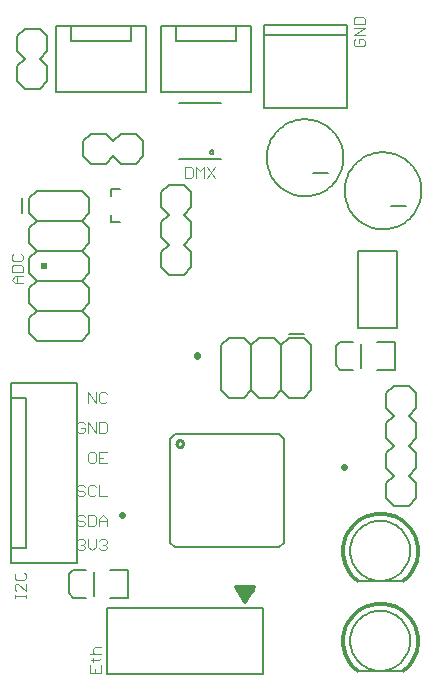
<source format=gto>
G75*
%MOIN*%
%OFA0B0*%
%FSLAX24Y24*%
%IPPOS*%
%LPD*%
%AMOC8*
5,1,8,0,0,1.08239X$1,22.5*
%
%ADD10C,0.0030*%
%ADD11C,0.0060*%
%ADD12C,0.0080*%
%ADD13C,0.0050*%
%ADD14C,0.0010*%
%ADD15C,0.0120*%
%ADD16C,0.0100*%
%ADD17C,0.0220*%
%ADD18R,0.0200X0.0200*%
D10*
X000611Y004773D02*
X000611Y004897D01*
X000611Y004835D02*
X000981Y004835D01*
X000981Y004773D02*
X000981Y004897D01*
X000981Y005019D02*
X000734Y005266D01*
X000672Y005266D01*
X000611Y005204D01*
X000611Y005081D01*
X000672Y005019D01*
X000672Y005387D02*
X000919Y005387D01*
X000981Y005449D01*
X000981Y005572D01*
X000919Y005634D01*
X000981Y005266D02*
X000981Y005019D01*
X000672Y005387D02*
X000611Y005449D01*
X000611Y005572D01*
X000672Y005634D01*
X002706Y006435D02*
X002768Y006373D01*
X002891Y006373D01*
X002953Y006435D01*
X002953Y006497D01*
X002891Y006558D01*
X002830Y006558D01*
X002891Y006558D02*
X002953Y006620D01*
X002953Y006682D01*
X002891Y006744D01*
X002768Y006744D01*
X002706Y006682D01*
X003074Y006744D02*
X003074Y006497D01*
X003198Y006373D01*
X003321Y006497D01*
X003321Y006744D01*
X003443Y006682D02*
X003504Y006744D01*
X003628Y006744D01*
X003690Y006682D01*
X003690Y006620D01*
X003628Y006558D01*
X003690Y006497D01*
X003690Y006435D01*
X003628Y006373D01*
X003504Y006373D01*
X003443Y006435D01*
X003566Y006558D02*
X003628Y006558D01*
X003690Y007173D02*
X003690Y007420D01*
X003566Y007544D01*
X003443Y007420D01*
X003443Y007173D01*
X003321Y007235D02*
X003321Y007482D01*
X003260Y007544D01*
X003074Y007544D01*
X003074Y007173D01*
X003260Y007173D01*
X003321Y007235D01*
X003443Y007358D02*
X003690Y007358D01*
X003690Y008173D02*
X003443Y008173D01*
X003443Y008544D01*
X003321Y008482D02*
X003260Y008544D01*
X003136Y008544D01*
X003074Y008482D01*
X003074Y008235D01*
X003136Y008173D01*
X003260Y008173D01*
X003321Y008235D01*
X002953Y008235D02*
X002891Y008173D01*
X002768Y008173D01*
X002706Y008235D01*
X002768Y008358D02*
X002891Y008358D01*
X002953Y008297D01*
X002953Y008235D01*
X002768Y008358D02*
X002706Y008420D01*
X002706Y008482D01*
X002768Y008544D01*
X002891Y008544D01*
X002953Y008482D01*
X003136Y009273D02*
X003260Y009273D01*
X003321Y009335D01*
X003321Y009582D01*
X003260Y009644D01*
X003136Y009644D01*
X003074Y009582D01*
X003074Y009335D01*
X003136Y009273D01*
X003443Y009273D02*
X003443Y009644D01*
X003690Y009644D01*
X003566Y009458D02*
X003443Y009458D01*
X003443Y009273D02*
X003690Y009273D01*
X003628Y010273D02*
X003443Y010273D01*
X003443Y010644D01*
X003628Y010644D01*
X003690Y010582D01*
X003690Y010335D01*
X003628Y010273D01*
X003321Y010273D02*
X003321Y010644D01*
X003074Y010644D02*
X003074Y010273D01*
X002953Y010335D02*
X002953Y010458D01*
X002830Y010458D01*
X002953Y010335D02*
X002891Y010273D01*
X002768Y010273D01*
X002706Y010335D01*
X002706Y010582D01*
X002768Y010644D01*
X002891Y010644D01*
X002953Y010582D01*
X003074Y010644D02*
X003321Y010273D01*
X003321Y011273D02*
X003321Y011644D01*
X003443Y011582D02*
X003443Y011335D01*
X003504Y011273D01*
X003628Y011273D01*
X003690Y011335D01*
X003690Y011582D02*
X003628Y011644D01*
X003504Y011644D01*
X003443Y011582D01*
X003321Y011273D02*
X003074Y011644D01*
X003074Y011273D01*
X002891Y007544D02*
X002768Y007544D01*
X002706Y007482D01*
X002706Y007420D01*
X002768Y007358D01*
X002891Y007358D01*
X002953Y007297D01*
X002953Y007235D01*
X002891Y007173D01*
X002768Y007173D01*
X002706Y007235D01*
X002953Y007482D02*
X002891Y007544D01*
X003296Y003152D02*
X003234Y003090D01*
X003234Y002967D01*
X003296Y002905D01*
X003234Y002783D02*
X003234Y002659D01*
X003172Y002721D02*
X003419Y002721D01*
X003481Y002783D01*
X003481Y002905D02*
X003111Y002905D01*
X003296Y003152D02*
X003481Y003152D01*
X003481Y002538D02*
X003481Y002291D01*
X003111Y002291D01*
X003111Y002538D01*
X003296Y002415D02*
X003296Y002291D01*
X000881Y015273D02*
X000634Y015273D01*
X000511Y015397D01*
X000634Y015520D01*
X000881Y015520D01*
X000881Y015642D02*
X000881Y015827D01*
X000819Y015888D01*
X000572Y015888D01*
X000511Y015827D01*
X000511Y015642D01*
X000881Y015642D01*
X000696Y015520D02*
X000696Y015273D01*
X000572Y016010D02*
X000819Y016010D01*
X000881Y016072D01*
X000881Y016195D01*
X000819Y016257D01*
X000572Y016257D02*
X000511Y016195D01*
X000511Y016072D01*
X000572Y016010D01*
X006306Y018773D02*
X006491Y018773D01*
X006553Y018835D01*
X006553Y019082D01*
X006491Y019144D01*
X006306Y019144D01*
X006306Y018773D01*
X006674Y018773D02*
X006674Y019144D01*
X006798Y019020D01*
X006921Y019144D01*
X006921Y018773D01*
X007043Y018773D02*
X007290Y019144D01*
X007043Y019144D02*
X007290Y018773D01*
X011911Y023230D02*
X011972Y023168D01*
X012219Y023168D01*
X012281Y023230D01*
X012281Y023353D01*
X012219Y023415D01*
X012096Y023415D01*
X012096Y023292D01*
X011972Y023415D02*
X011911Y023353D01*
X011911Y023230D01*
X011911Y023537D02*
X012281Y023783D01*
X011911Y023783D01*
X011911Y023905D02*
X011911Y024090D01*
X011972Y024152D01*
X012219Y024152D01*
X012281Y024090D01*
X012281Y023905D01*
X011911Y023905D01*
X011911Y023537D02*
X012281Y023537D01*
D11*
X007506Y021288D02*
X006086Y021288D01*
X006086Y019428D02*
X007506Y019428D01*
X003096Y018108D02*
X003096Y017608D01*
X002846Y017358D01*
X001346Y017358D01*
X001096Y017108D01*
X001096Y016608D01*
X001346Y016358D01*
X002846Y016358D01*
X003096Y016108D01*
X003096Y015608D01*
X002846Y015358D01*
X001346Y015358D01*
X001096Y015108D01*
X001096Y014608D01*
X001346Y014358D01*
X001096Y014108D01*
X001096Y013608D01*
X001346Y013358D01*
X002846Y013358D01*
X003096Y013608D01*
X003096Y014108D01*
X002846Y014358D01*
X001346Y014358D01*
X001346Y015358D02*
X001096Y015608D01*
X001096Y016108D01*
X001346Y016358D01*
X001346Y017358D02*
X001096Y017608D01*
X001096Y018108D01*
X001346Y018358D01*
X002846Y018358D01*
X003096Y018108D01*
X002846Y017358D02*
X003096Y017108D01*
X003096Y016608D01*
X002846Y016358D01*
X002846Y015358D02*
X003096Y015108D01*
X003096Y014608D01*
X002846Y014358D01*
X011796Y006358D02*
X011798Y006421D01*
X011804Y006483D01*
X011814Y006545D01*
X011827Y006607D01*
X011845Y006667D01*
X011866Y006726D01*
X011891Y006784D01*
X011920Y006840D01*
X011952Y006894D01*
X011987Y006946D01*
X012025Y006995D01*
X012067Y007043D01*
X012111Y007087D01*
X012159Y007129D01*
X012208Y007167D01*
X012260Y007202D01*
X012314Y007234D01*
X012370Y007263D01*
X012428Y007288D01*
X012487Y007309D01*
X012547Y007327D01*
X012609Y007340D01*
X012671Y007350D01*
X012733Y007356D01*
X012796Y007358D01*
X012859Y007356D01*
X012921Y007350D01*
X012983Y007340D01*
X013045Y007327D01*
X013105Y007309D01*
X013164Y007288D01*
X013222Y007263D01*
X013278Y007234D01*
X013332Y007202D01*
X013384Y007167D01*
X013433Y007129D01*
X013481Y007087D01*
X013525Y007043D01*
X013567Y006995D01*
X013605Y006946D01*
X013640Y006894D01*
X013672Y006840D01*
X013701Y006784D01*
X013726Y006726D01*
X013747Y006667D01*
X013765Y006607D01*
X013778Y006545D01*
X013788Y006483D01*
X013794Y006421D01*
X013796Y006358D01*
X013794Y006295D01*
X013788Y006233D01*
X013778Y006171D01*
X013765Y006109D01*
X013747Y006049D01*
X013726Y005990D01*
X013701Y005932D01*
X013672Y005876D01*
X013640Y005822D01*
X013605Y005770D01*
X013567Y005721D01*
X013525Y005673D01*
X013481Y005629D01*
X013433Y005587D01*
X013384Y005549D01*
X013332Y005514D01*
X013278Y005482D01*
X013222Y005453D01*
X013164Y005428D01*
X013105Y005407D01*
X013045Y005389D01*
X012983Y005376D01*
X012921Y005366D01*
X012859Y005360D01*
X012796Y005358D01*
X012733Y005360D01*
X012671Y005366D01*
X012609Y005376D01*
X012547Y005389D01*
X012487Y005407D01*
X012428Y005428D01*
X012370Y005453D01*
X012314Y005482D01*
X012260Y005514D01*
X012208Y005549D01*
X012159Y005587D01*
X012111Y005629D01*
X012067Y005673D01*
X012025Y005721D01*
X011987Y005770D01*
X011952Y005822D01*
X011920Y005876D01*
X011891Y005932D01*
X011866Y005990D01*
X011845Y006049D01*
X011827Y006109D01*
X011814Y006171D01*
X011804Y006233D01*
X011798Y006295D01*
X011796Y006358D01*
X011796Y003358D02*
X011798Y003421D01*
X011804Y003483D01*
X011814Y003545D01*
X011827Y003607D01*
X011845Y003667D01*
X011866Y003726D01*
X011891Y003784D01*
X011920Y003840D01*
X011952Y003894D01*
X011987Y003946D01*
X012025Y003995D01*
X012067Y004043D01*
X012111Y004087D01*
X012159Y004129D01*
X012208Y004167D01*
X012260Y004202D01*
X012314Y004234D01*
X012370Y004263D01*
X012428Y004288D01*
X012487Y004309D01*
X012547Y004327D01*
X012609Y004340D01*
X012671Y004350D01*
X012733Y004356D01*
X012796Y004358D01*
X012859Y004356D01*
X012921Y004350D01*
X012983Y004340D01*
X013045Y004327D01*
X013105Y004309D01*
X013164Y004288D01*
X013222Y004263D01*
X013278Y004234D01*
X013332Y004202D01*
X013384Y004167D01*
X013433Y004129D01*
X013481Y004087D01*
X013525Y004043D01*
X013567Y003995D01*
X013605Y003946D01*
X013640Y003894D01*
X013672Y003840D01*
X013701Y003784D01*
X013726Y003726D01*
X013747Y003667D01*
X013765Y003607D01*
X013778Y003545D01*
X013788Y003483D01*
X013794Y003421D01*
X013796Y003358D01*
X013794Y003295D01*
X013788Y003233D01*
X013778Y003171D01*
X013765Y003109D01*
X013747Y003049D01*
X013726Y002990D01*
X013701Y002932D01*
X013672Y002876D01*
X013640Y002822D01*
X013605Y002770D01*
X013567Y002721D01*
X013525Y002673D01*
X013481Y002629D01*
X013433Y002587D01*
X013384Y002549D01*
X013332Y002514D01*
X013278Y002482D01*
X013222Y002453D01*
X013164Y002428D01*
X013105Y002407D01*
X013045Y002389D01*
X012983Y002376D01*
X012921Y002366D01*
X012859Y002360D01*
X012796Y002358D01*
X012733Y002360D01*
X012671Y002366D01*
X012609Y002376D01*
X012547Y002389D01*
X012487Y002407D01*
X012428Y002428D01*
X012370Y002453D01*
X012314Y002482D01*
X012260Y002514D01*
X012208Y002549D01*
X012159Y002587D01*
X012111Y002629D01*
X012067Y002673D01*
X012025Y002721D01*
X011987Y002770D01*
X011952Y002822D01*
X011920Y002876D01*
X011891Y002932D01*
X011866Y002990D01*
X011845Y003049D01*
X011827Y003109D01*
X011814Y003171D01*
X011804Y003233D01*
X011798Y003295D01*
X011796Y003358D01*
D12*
X012046Y002358D02*
X013546Y002358D01*
X013546Y005358D02*
X012046Y005358D01*
X013246Y007858D02*
X012996Y008108D01*
X012996Y008608D01*
X013246Y008858D01*
X012996Y009108D01*
X012996Y009608D01*
X013246Y009858D01*
X012996Y010108D01*
X012996Y010608D01*
X013246Y010858D01*
X012996Y011108D01*
X012996Y011608D01*
X013246Y011858D01*
X013746Y011858D01*
X013996Y011608D01*
X013996Y011108D01*
X013746Y010858D01*
X013996Y010608D01*
X013996Y010108D01*
X013746Y009858D01*
X013996Y009608D01*
X013996Y009108D01*
X013746Y008858D01*
X013996Y008608D01*
X013996Y008108D01*
X013746Y007858D01*
X013246Y007858D01*
X013280Y012386D02*
X012690Y012386D01*
X013280Y012386D02*
X013280Y013331D01*
X012690Y013331D01*
X012046Y013768D02*
X012046Y016348D01*
X013346Y016348D01*
X013346Y013768D01*
X012046Y013768D01*
X011902Y013331D02*
X011469Y013331D01*
X011312Y013173D01*
X011312Y012543D01*
X011469Y012386D01*
X011902Y012386D01*
X010496Y011708D02*
X010246Y011458D01*
X009746Y011458D01*
X009496Y011708D01*
X009496Y013208D01*
X009246Y013458D01*
X008746Y013458D01*
X008496Y013208D01*
X008496Y011708D01*
X008246Y011458D01*
X007746Y011458D01*
X007496Y011708D01*
X007496Y013208D01*
X007746Y013458D01*
X008246Y013458D01*
X008496Y013208D01*
X008496Y011708D02*
X008746Y011458D01*
X009246Y011458D01*
X009496Y011708D01*
X010496Y011708D02*
X010496Y013208D01*
X010246Y013458D01*
X009746Y013458D01*
X009496Y013208D01*
X009746Y013590D02*
X010246Y013590D01*
X009428Y010248D02*
X009586Y010091D01*
X009586Y006626D01*
X009428Y006468D01*
X005964Y006468D01*
X005806Y006626D01*
X005806Y010091D01*
X005964Y010248D01*
X009428Y010248D01*
X006246Y015558D02*
X006496Y015808D01*
X006496Y016308D01*
X006246Y016558D01*
X006496Y016808D01*
X006496Y017308D01*
X006246Y017558D01*
X006496Y017808D01*
X006496Y018308D01*
X006246Y018558D01*
X005746Y018558D01*
X005496Y018308D01*
X005496Y017808D01*
X005746Y017558D01*
X005496Y017308D01*
X005496Y016808D01*
X005746Y016558D01*
X005496Y016308D01*
X005496Y015808D01*
X005746Y015558D01*
X006246Y015558D01*
X004135Y017307D02*
X003820Y017307D01*
X003820Y017543D01*
X003820Y018173D02*
X003820Y018409D01*
X004135Y018409D01*
X004146Y019258D02*
X003896Y019508D01*
X003646Y019258D01*
X003146Y019258D01*
X002896Y019508D01*
X002896Y020008D01*
X003146Y020258D01*
X003646Y020258D01*
X003896Y020008D01*
X004146Y020258D01*
X004646Y020258D01*
X004896Y020008D01*
X004896Y019508D01*
X004646Y019258D01*
X004146Y019258D01*
X001446Y021758D02*
X001696Y022008D01*
X001696Y022508D01*
X001446Y022758D01*
X001696Y023008D01*
X001696Y023508D01*
X001446Y023758D01*
X000946Y023758D01*
X000696Y023508D01*
X000696Y023008D01*
X000946Y022758D01*
X000696Y022508D01*
X000696Y022008D01*
X000946Y021758D01*
X001446Y021758D01*
X000846Y018108D02*
X000846Y017608D01*
X007129Y019648D02*
X007131Y019663D01*
X007137Y019676D01*
X007146Y019688D01*
X007157Y019697D01*
X007171Y019703D01*
X007186Y019705D01*
X007201Y019703D01*
X007214Y019697D01*
X007226Y019688D01*
X007235Y019677D01*
X007241Y019663D01*
X007243Y019648D01*
X007241Y019633D01*
X007235Y019620D01*
X007226Y019608D01*
X007215Y019599D01*
X007201Y019593D01*
X007186Y019591D01*
X007171Y019593D01*
X007158Y019599D01*
X007146Y019608D01*
X007137Y019619D01*
X007131Y019633D01*
X007129Y019648D01*
X008929Y021120D02*
X008929Y023561D01*
X011685Y023561D01*
X011685Y021120D01*
X008929Y021120D01*
X009016Y019458D02*
X009018Y019529D01*
X009024Y019600D01*
X009034Y019671D01*
X009048Y019740D01*
X009065Y019809D01*
X009087Y019877D01*
X009112Y019944D01*
X009141Y020009D01*
X009173Y020072D01*
X009209Y020134D01*
X009248Y020193D01*
X009291Y020250D01*
X009336Y020305D01*
X009385Y020357D01*
X009436Y020406D01*
X009490Y020452D01*
X009547Y020496D01*
X009605Y020536D01*
X009666Y020572D01*
X009729Y020606D01*
X009794Y020635D01*
X009860Y020661D01*
X009928Y020684D01*
X009996Y020702D01*
X010066Y020717D01*
X010136Y020728D01*
X010207Y020735D01*
X010278Y020738D01*
X010349Y020737D01*
X010420Y020732D01*
X010491Y020723D01*
X010561Y020710D01*
X010630Y020694D01*
X010698Y020673D01*
X010765Y020649D01*
X010831Y020621D01*
X010894Y020589D01*
X010956Y020554D01*
X011016Y020516D01*
X011074Y020474D01*
X011129Y020430D01*
X011182Y020382D01*
X011232Y020331D01*
X011279Y020278D01*
X011323Y020222D01*
X011364Y020164D01*
X011402Y020103D01*
X011436Y020041D01*
X011466Y019976D01*
X011493Y019911D01*
X011517Y019843D01*
X011536Y019775D01*
X011552Y019706D01*
X011564Y019635D01*
X011572Y019565D01*
X011576Y019494D01*
X011576Y019422D01*
X011572Y019351D01*
X011564Y019281D01*
X011552Y019210D01*
X011536Y019141D01*
X011517Y019073D01*
X011493Y019005D01*
X011466Y018940D01*
X011436Y018875D01*
X011402Y018813D01*
X011364Y018752D01*
X011323Y018694D01*
X011279Y018638D01*
X011232Y018585D01*
X011182Y018534D01*
X011129Y018486D01*
X011074Y018442D01*
X011016Y018400D01*
X010956Y018362D01*
X010894Y018327D01*
X010831Y018295D01*
X010765Y018267D01*
X010698Y018243D01*
X010630Y018222D01*
X010561Y018206D01*
X010491Y018193D01*
X010420Y018184D01*
X010349Y018179D01*
X010278Y018178D01*
X010207Y018181D01*
X010136Y018188D01*
X010066Y018199D01*
X009996Y018214D01*
X009928Y018232D01*
X009860Y018255D01*
X009794Y018281D01*
X009729Y018310D01*
X009666Y018344D01*
X009605Y018380D01*
X009547Y018420D01*
X009490Y018464D01*
X009436Y018510D01*
X009385Y018559D01*
X009336Y018611D01*
X009291Y018666D01*
X009248Y018723D01*
X009209Y018782D01*
X009173Y018844D01*
X009141Y018907D01*
X009112Y018972D01*
X009087Y019039D01*
X009065Y019107D01*
X009048Y019176D01*
X009034Y019245D01*
X009024Y019316D01*
X009018Y019387D01*
X009016Y019458D01*
X010546Y018958D02*
X011046Y018958D01*
X011616Y018358D02*
X011618Y018429D01*
X011624Y018500D01*
X011634Y018571D01*
X011648Y018640D01*
X011665Y018709D01*
X011687Y018777D01*
X011712Y018844D01*
X011741Y018909D01*
X011773Y018972D01*
X011809Y019034D01*
X011848Y019093D01*
X011891Y019150D01*
X011936Y019205D01*
X011985Y019257D01*
X012036Y019306D01*
X012090Y019352D01*
X012147Y019396D01*
X012205Y019436D01*
X012266Y019472D01*
X012329Y019506D01*
X012394Y019535D01*
X012460Y019561D01*
X012528Y019584D01*
X012596Y019602D01*
X012666Y019617D01*
X012736Y019628D01*
X012807Y019635D01*
X012878Y019638D01*
X012949Y019637D01*
X013020Y019632D01*
X013091Y019623D01*
X013161Y019610D01*
X013230Y019594D01*
X013298Y019573D01*
X013365Y019549D01*
X013431Y019521D01*
X013494Y019489D01*
X013556Y019454D01*
X013616Y019416D01*
X013674Y019374D01*
X013729Y019330D01*
X013782Y019282D01*
X013832Y019231D01*
X013879Y019178D01*
X013923Y019122D01*
X013964Y019064D01*
X014002Y019003D01*
X014036Y018941D01*
X014066Y018876D01*
X014093Y018811D01*
X014117Y018743D01*
X014136Y018675D01*
X014152Y018606D01*
X014164Y018535D01*
X014172Y018465D01*
X014176Y018394D01*
X014176Y018322D01*
X014172Y018251D01*
X014164Y018181D01*
X014152Y018110D01*
X014136Y018041D01*
X014117Y017973D01*
X014093Y017905D01*
X014066Y017840D01*
X014036Y017775D01*
X014002Y017713D01*
X013964Y017652D01*
X013923Y017594D01*
X013879Y017538D01*
X013832Y017485D01*
X013782Y017434D01*
X013729Y017386D01*
X013674Y017342D01*
X013616Y017300D01*
X013556Y017262D01*
X013494Y017227D01*
X013431Y017195D01*
X013365Y017167D01*
X013298Y017143D01*
X013230Y017122D01*
X013161Y017106D01*
X013091Y017093D01*
X013020Y017084D01*
X012949Y017079D01*
X012878Y017078D01*
X012807Y017081D01*
X012736Y017088D01*
X012666Y017099D01*
X012596Y017114D01*
X012528Y017132D01*
X012460Y017155D01*
X012394Y017181D01*
X012329Y017210D01*
X012266Y017244D01*
X012205Y017280D01*
X012147Y017320D01*
X012090Y017364D01*
X012036Y017410D01*
X011985Y017459D01*
X011936Y017511D01*
X011891Y017566D01*
X011848Y017623D01*
X011809Y017682D01*
X011773Y017744D01*
X011741Y017807D01*
X011712Y017872D01*
X011687Y017939D01*
X011665Y018007D01*
X011648Y018076D01*
X011634Y018145D01*
X011624Y018216D01*
X011618Y018287D01*
X011616Y018358D01*
X013146Y017858D02*
X013646Y017858D01*
X011685Y023561D02*
X011685Y023876D01*
X008929Y023876D01*
X008929Y023561D01*
X004380Y005731D02*
X003790Y005731D01*
X004380Y005731D02*
X004380Y004786D01*
X003790Y004786D01*
X003002Y004786D02*
X002569Y004786D01*
X002412Y004943D01*
X002412Y005573D01*
X002569Y005731D01*
X003002Y005731D01*
D13*
X003246Y005658D02*
X003246Y004858D01*
X003696Y004458D02*
X008896Y004458D01*
X008896Y002258D01*
X003696Y002258D01*
X003696Y004458D01*
X002696Y005958D02*
X002696Y011958D01*
X000496Y011958D01*
X000496Y011458D01*
X000996Y011458D01*
X000996Y006458D01*
X000496Y006458D01*
X000496Y011458D01*
X000496Y006458D02*
X000496Y005958D01*
X002696Y005958D01*
X012146Y012458D02*
X012146Y013258D01*
X008496Y021658D02*
X005496Y021658D01*
X005496Y023858D01*
X005996Y023858D01*
X005996Y023358D01*
X007996Y023358D01*
X007996Y023858D01*
X008496Y023858D01*
X008496Y021658D01*
X007996Y023858D02*
X005996Y023858D01*
X004996Y023858D02*
X004496Y023858D01*
X004496Y023358D01*
X002496Y023358D01*
X002496Y023858D01*
X004496Y023858D01*
X004996Y023858D02*
X004996Y021658D01*
X001996Y021658D01*
X001996Y023858D01*
X002496Y023858D01*
D14*
X013576Y005326D02*
X013522Y005398D01*
X013523Y005397D02*
X013576Y005440D01*
X013627Y005485D01*
X013675Y005534D01*
X013720Y005585D01*
X013763Y005639D01*
X013802Y005695D01*
X013838Y005753D01*
X013871Y005813D01*
X013900Y005874D01*
X013925Y005938D01*
X013947Y006002D01*
X013966Y006068D01*
X013980Y006135D01*
X013991Y006202D01*
X013998Y006270D01*
X014001Y006338D01*
X014000Y006407D01*
X013995Y006475D01*
X013987Y006543D01*
X013974Y006610D01*
X013958Y006676D01*
X013938Y006741D01*
X013915Y006806D01*
X013888Y006868D01*
X013857Y006929D01*
X013823Y006988D01*
X013786Y007046D01*
X013745Y007101D01*
X013701Y007153D01*
X013655Y007203D01*
X013606Y007250D01*
X013554Y007295D01*
X013500Y007336D01*
X013443Y007375D01*
X013384Y007410D01*
X013324Y007441D01*
X013262Y007469D01*
X013198Y007494D01*
X013133Y007515D01*
X013067Y007532D01*
X013000Y007546D01*
X012932Y007555D01*
X012864Y007561D01*
X012796Y007563D01*
X012728Y007561D01*
X012660Y007555D01*
X012592Y007546D01*
X012525Y007532D01*
X012459Y007515D01*
X012394Y007494D01*
X012330Y007469D01*
X012268Y007441D01*
X012208Y007410D01*
X012149Y007375D01*
X012092Y007336D01*
X012038Y007295D01*
X011986Y007250D01*
X011937Y007203D01*
X011891Y007153D01*
X011847Y007101D01*
X011806Y007046D01*
X011769Y006988D01*
X011735Y006929D01*
X011704Y006868D01*
X011677Y006806D01*
X011654Y006741D01*
X011634Y006676D01*
X011618Y006610D01*
X011605Y006543D01*
X011597Y006475D01*
X011592Y006407D01*
X011591Y006338D01*
X011594Y006270D01*
X011601Y006202D01*
X011612Y006135D01*
X011626Y006068D01*
X011645Y006002D01*
X011667Y005938D01*
X011692Y005874D01*
X011721Y005813D01*
X011754Y005753D01*
X011790Y005695D01*
X011829Y005639D01*
X011872Y005585D01*
X011917Y005534D01*
X011965Y005485D01*
X012016Y005440D01*
X012069Y005397D01*
X012016Y005326D01*
X012015Y005325D01*
X011960Y005369D01*
X011907Y005417D01*
X011856Y005467D01*
X011809Y005520D01*
X011765Y005575D01*
X011723Y005633D01*
X011685Y005693D01*
X011650Y005754D01*
X011619Y005818D01*
X011591Y005883D01*
X011567Y005950D01*
X011546Y006018D01*
X011530Y006087D01*
X011517Y006157D01*
X011508Y006227D01*
X011502Y006298D01*
X011501Y006369D01*
X011504Y006440D01*
X011510Y006511D01*
X011520Y006581D01*
X011534Y006650D01*
X011552Y006719D01*
X011574Y006787D01*
X011599Y006853D01*
X011628Y006918D01*
X011661Y006981D01*
X011697Y007042D01*
X011736Y007101D01*
X011778Y007158D01*
X011823Y007213D01*
X011872Y007265D01*
X011923Y007314D01*
X011976Y007361D01*
X012033Y007404D01*
X012091Y007444D01*
X012152Y007481D01*
X012214Y007515D01*
X012278Y007545D01*
X012344Y007572D01*
X012411Y007595D01*
X012480Y007614D01*
X012549Y007629D01*
X012619Y007641D01*
X012690Y007649D01*
X012761Y007653D01*
X012831Y007653D01*
X012902Y007649D01*
X012973Y007641D01*
X013043Y007629D01*
X013112Y007614D01*
X013181Y007595D01*
X013248Y007572D01*
X013314Y007545D01*
X013378Y007515D01*
X013440Y007481D01*
X013501Y007444D01*
X013559Y007404D01*
X013616Y007361D01*
X013669Y007314D01*
X013720Y007265D01*
X013769Y007213D01*
X013814Y007158D01*
X013856Y007101D01*
X013895Y007042D01*
X013931Y006981D01*
X013964Y006918D01*
X013993Y006853D01*
X014018Y006787D01*
X014040Y006719D01*
X014058Y006650D01*
X014072Y006581D01*
X014082Y006511D01*
X014088Y006440D01*
X014091Y006369D01*
X014090Y006298D01*
X014084Y006227D01*
X014075Y006157D01*
X014062Y006087D01*
X014046Y006018D01*
X014025Y005950D01*
X014001Y005883D01*
X013973Y005818D01*
X013942Y005754D01*
X013907Y005693D01*
X013869Y005633D01*
X013827Y005575D01*
X013783Y005520D01*
X013736Y005467D01*
X013685Y005417D01*
X013632Y005369D01*
X013577Y005325D01*
X013572Y005332D01*
X013627Y005377D01*
X013680Y005424D01*
X013731Y005475D01*
X013778Y005528D01*
X013823Y005584D01*
X013864Y005642D01*
X013902Y005702D01*
X013937Y005764D01*
X013968Y005828D01*
X013995Y005894D01*
X014019Y005961D01*
X014039Y006030D01*
X014056Y006099D01*
X014068Y006169D01*
X014077Y006240D01*
X014081Y006311D01*
X014082Y006382D01*
X014078Y006453D01*
X014071Y006524D01*
X014060Y006595D01*
X014045Y006664D01*
X014026Y006733D01*
X014003Y006801D01*
X013977Y006867D01*
X013947Y006932D01*
X013913Y006994D01*
X013877Y007055D01*
X013836Y007114D01*
X013793Y007171D01*
X013746Y007225D01*
X013697Y007276D01*
X013644Y007324D01*
X013590Y007370D01*
X013532Y007412D01*
X013473Y007451D01*
X013411Y007487D01*
X013348Y007520D01*
X013283Y007548D01*
X013216Y007574D01*
X013148Y007595D01*
X013079Y007613D01*
X013009Y007626D01*
X012938Y007636D01*
X012867Y007642D01*
X012796Y007644D01*
X012725Y007642D01*
X012654Y007636D01*
X012583Y007626D01*
X012513Y007613D01*
X012444Y007595D01*
X012376Y007574D01*
X012309Y007548D01*
X012244Y007520D01*
X012181Y007487D01*
X012119Y007451D01*
X012060Y007412D01*
X012002Y007370D01*
X011948Y007324D01*
X011895Y007276D01*
X011846Y007225D01*
X011799Y007171D01*
X011756Y007114D01*
X011715Y007055D01*
X011679Y006994D01*
X011645Y006932D01*
X011615Y006867D01*
X011589Y006801D01*
X011566Y006733D01*
X011547Y006664D01*
X011532Y006595D01*
X011521Y006524D01*
X011514Y006453D01*
X011510Y006382D01*
X011511Y006311D01*
X011515Y006240D01*
X011524Y006169D01*
X011536Y006099D01*
X011553Y006030D01*
X011573Y005961D01*
X011597Y005894D01*
X011624Y005828D01*
X011655Y005764D01*
X011690Y005702D01*
X011728Y005642D01*
X011769Y005584D01*
X011814Y005528D01*
X011861Y005475D01*
X011912Y005424D01*
X011965Y005377D01*
X012020Y005332D01*
X012026Y005339D01*
X011971Y005384D01*
X011918Y005431D01*
X011868Y005481D01*
X011821Y005534D01*
X011777Y005589D01*
X011735Y005647D01*
X011698Y005706D01*
X011663Y005768D01*
X011632Y005832D01*
X011605Y005897D01*
X011581Y005964D01*
X011561Y006032D01*
X011545Y006101D01*
X011533Y006170D01*
X011524Y006241D01*
X011520Y006311D01*
X011519Y006382D01*
X011523Y006453D01*
X011530Y006523D01*
X011541Y006593D01*
X011556Y006662D01*
X011575Y006730D01*
X011597Y006798D01*
X011623Y006863D01*
X011653Y006928D01*
X011686Y006990D01*
X011723Y007050D01*
X011763Y007109D01*
X011806Y007165D01*
X011852Y007219D01*
X011902Y007269D01*
X011953Y007318D01*
X012008Y007363D01*
X012065Y007405D01*
X012124Y007444D01*
X012185Y007479D01*
X012248Y007512D01*
X012313Y007540D01*
X012379Y007565D01*
X012447Y007586D01*
X012515Y007604D01*
X012585Y007617D01*
X012655Y007627D01*
X012725Y007633D01*
X012796Y007635D01*
X012867Y007633D01*
X012937Y007627D01*
X013007Y007617D01*
X013077Y007604D01*
X013145Y007586D01*
X013213Y007565D01*
X013279Y007540D01*
X013344Y007512D01*
X013407Y007479D01*
X013468Y007444D01*
X013527Y007405D01*
X013584Y007363D01*
X013639Y007318D01*
X013690Y007269D01*
X013740Y007219D01*
X013786Y007165D01*
X013829Y007109D01*
X013869Y007050D01*
X013906Y006990D01*
X013939Y006928D01*
X013969Y006863D01*
X013995Y006798D01*
X014017Y006730D01*
X014036Y006662D01*
X014051Y006593D01*
X014062Y006523D01*
X014069Y006453D01*
X014073Y006382D01*
X014072Y006311D01*
X014068Y006241D01*
X014059Y006170D01*
X014047Y006101D01*
X014031Y006032D01*
X014011Y005964D01*
X013987Y005897D01*
X013960Y005832D01*
X013929Y005768D01*
X013894Y005706D01*
X013857Y005647D01*
X013815Y005589D01*
X013771Y005534D01*
X013724Y005481D01*
X013674Y005431D01*
X013621Y005384D01*
X013566Y005339D01*
X013561Y005347D01*
X013616Y005391D01*
X013669Y005439D01*
X013719Y005489D01*
X013767Y005542D01*
X013811Y005598D01*
X013852Y005656D01*
X013889Y005716D01*
X013924Y005778D01*
X013954Y005842D01*
X013981Y005908D01*
X014005Y005975D01*
X014024Y006043D01*
X014040Y006113D01*
X014052Y006183D01*
X014060Y006253D01*
X014064Y006324D01*
X014063Y006395D01*
X014059Y006466D01*
X014051Y006537D01*
X014039Y006607D01*
X014023Y006676D01*
X014004Y006744D01*
X013980Y006812D01*
X013953Y006877D01*
X013922Y006941D01*
X013888Y007003D01*
X013850Y007063D01*
X013808Y007121D01*
X013764Y007177D01*
X013717Y007230D01*
X013666Y007280D01*
X013613Y007327D01*
X013558Y007372D01*
X013500Y007413D01*
X013440Y007450D01*
X013377Y007485D01*
X013313Y007516D01*
X013248Y007543D01*
X013181Y007566D01*
X013112Y007586D01*
X013043Y007602D01*
X012973Y007614D01*
X012902Y007622D01*
X012832Y007626D01*
X012760Y007626D01*
X012690Y007622D01*
X012619Y007614D01*
X012549Y007602D01*
X012480Y007586D01*
X012411Y007566D01*
X012344Y007543D01*
X012279Y007516D01*
X012215Y007485D01*
X012152Y007450D01*
X012092Y007413D01*
X012034Y007372D01*
X011979Y007327D01*
X011926Y007280D01*
X011875Y007230D01*
X011828Y007177D01*
X011784Y007121D01*
X011742Y007063D01*
X011704Y007003D01*
X011670Y006941D01*
X011639Y006877D01*
X011612Y006812D01*
X011588Y006744D01*
X011569Y006676D01*
X011553Y006607D01*
X011541Y006537D01*
X011533Y006466D01*
X011529Y006395D01*
X011528Y006324D01*
X011532Y006253D01*
X011540Y006183D01*
X011552Y006113D01*
X011568Y006043D01*
X011587Y005975D01*
X011611Y005908D01*
X011638Y005842D01*
X011668Y005778D01*
X011703Y005716D01*
X011740Y005656D01*
X011781Y005598D01*
X011825Y005542D01*
X011873Y005489D01*
X011923Y005439D01*
X011976Y005391D01*
X012031Y005347D01*
X012037Y005354D01*
X011982Y005398D01*
X011929Y005445D01*
X011879Y005495D01*
X011832Y005548D01*
X011788Y005603D01*
X011748Y005661D01*
X011710Y005720D01*
X011676Y005782D01*
X011646Y005846D01*
X011619Y005911D01*
X011596Y005978D01*
X011576Y006046D01*
X011561Y006114D01*
X011549Y006184D01*
X011541Y006254D01*
X011537Y006325D01*
X011538Y006395D01*
X011542Y006466D01*
X011550Y006536D01*
X011562Y006605D01*
X011577Y006674D01*
X011597Y006742D01*
X011620Y006808D01*
X011647Y006873D01*
X011678Y006937D01*
X011712Y006999D01*
X011750Y007058D01*
X011791Y007116D01*
X011835Y007171D01*
X011882Y007224D01*
X011932Y007273D01*
X011984Y007320D01*
X012040Y007364D01*
X012097Y007405D01*
X012157Y007443D01*
X012219Y007477D01*
X012282Y007507D01*
X012347Y007534D01*
X012414Y007558D01*
X012482Y007577D01*
X012551Y007593D01*
X012620Y007605D01*
X012690Y007613D01*
X012761Y007617D01*
X012831Y007617D01*
X012902Y007613D01*
X012972Y007605D01*
X013041Y007593D01*
X013110Y007577D01*
X013178Y007558D01*
X013245Y007534D01*
X013310Y007507D01*
X013373Y007477D01*
X013435Y007443D01*
X013495Y007405D01*
X013552Y007364D01*
X013608Y007320D01*
X013660Y007273D01*
X013710Y007224D01*
X013757Y007171D01*
X013801Y007116D01*
X013842Y007058D01*
X013880Y006999D01*
X013914Y006937D01*
X013945Y006873D01*
X013972Y006808D01*
X013995Y006742D01*
X014015Y006674D01*
X014030Y006605D01*
X014042Y006536D01*
X014050Y006466D01*
X014054Y006395D01*
X014055Y006325D01*
X014051Y006254D01*
X014043Y006184D01*
X014031Y006114D01*
X014016Y006046D01*
X013996Y005978D01*
X013973Y005911D01*
X013946Y005846D01*
X013916Y005782D01*
X013882Y005720D01*
X013844Y005661D01*
X013804Y005603D01*
X013760Y005548D01*
X013713Y005495D01*
X013663Y005445D01*
X013610Y005398D01*
X013555Y005354D01*
X013550Y005361D01*
X013605Y005405D01*
X013657Y005452D01*
X013706Y005501D01*
X013753Y005554D01*
X013796Y005608D01*
X013837Y005666D01*
X013874Y005725D01*
X013908Y005786D01*
X013938Y005850D01*
X013965Y005914D01*
X013988Y005981D01*
X014007Y006048D01*
X014022Y006116D01*
X014034Y006185D01*
X014042Y006255D01*
X014046Y006325D01*
X014045Y006395D01*
X014041Y006465D01*
X014033Y006534D01*
X014022Y006603D01*
X014006Y006672D01*
X013987Y006739D01*
X013963Y006805D01*
X013936Y006870D01*
X013906Y006933D01*
X013872Y006994D01*
X013835Y007053D01*
X013794Y007111D01*
X013750Y007165D01*
X013704Y007217D01*
X013654Y007267D01*
X013602Y007314D01*
X013547Y007357D01*
X013490Y007398D01*
X013431Y007435D01*
X013369Y007469D01*
X013306Y007499D01*
X013241Y007526D01*
X013175Y007549D01*
X013108Y007568D01*
X013040Y007584D01*
X012971Y007596D01*
X012901Y007604D01*
X012831Y007608D01*
X012761Y007608D01*
X012691Y007604D01*
X012621Y007596D01*
X012552Y007584D01*
X012484Y007568D01*
X012417Y007549D01*
X012351Y007526D01*
X012286Y007499D01*
X012223Y007469D01*
X012161Y007435D01*
X012102Y007398D01*
X012045Y007357D01*
X011990Y007314D01*
X011938Y007267D01*
X011888Y007217D01*
X011842Y007165D01*
X011798Y007111D01*
X011757Y007053D01*
X011720Y006994D01*
X011686Y006933D01*
X011656Y006870D01*
X011629Y006805D01*
X011605Y006739D01*
X011586Y006672D01*
X011570Y006603D01*
X011559Y006534D01*
X011551Y006465D01*
X011547Y006395D01*
X011546Y006325D01*
X011550Y006255D01*
X011558Y006185D01*
X011570Y006116D01*
X011585Y006048D01*
X011604Y005981D01*
X011627Y005914D01*
X011654Y005850D01*
X011684Y005786D01*
X011718Y005725D01*
X011755Y005666D01*
X011796Y005608D01*
X011839Y005554D01*
X011886Y005501D01*
X011935Y005452D01*
X011987Y005405D01*
X012042Y005361D01*
X012047Y005368D01*
X011993Y005412D01*
X011941Y005458D01*
X011892Y005507D01*
X011846Y005559D01*
X011803Y005614D01*
X011763Y005671D01*
X011726Y005730D01*
X011692Y005791D01*
X011662Y005853D01*
X011636Y005918D01*
X011613Y005983D01*
X011594Y006050D01*
X011578Y006118D01*
X011567Y006187D01*
X011559Y006256D01*
X011555Y006325D01*
X011556Y006395D01*
X011560Y006464D01*
X011567Y006533D01*
X011579Y006602D01*
X011595Y006669D01*
X011614Y006736D01*
X011637Y006802D01*
X011664Y006866D01*
X011694Y006929D01*
X011728Y006990D01*
X011765Y007048D01*
X011805Y007105D01*
X011848Y007159D01*
X011895Y007211D01*
X011944Y007260D01*
X011996Y007307D01*
X012050Y007350D01*
X012107Y007390D01*
X012166Y007427D01*
X012227Y007461D01*
X012290Y007491D01*
X012354Y007518D01*
X012419Y007541D01*
X012486Y007560D01*
X012554Y007575D01*
X012623Y007587D01*
X012692Y007595D01*
X012761Y007599D01*
X012831Y007599D01*
X012900Y007595D01*
X012969Y007587D01*
X013038Y007575D01*
X013106Y007560D01*
X013173Y007541D01*
X013238Y007518D01*
X013302Y007491D01*
X013365Y007461D01*
X013426Y007427D01*
X013485Y007390D01*
X013542Y007350D01*
X013596Y007307D01*
X013648Y007260D01*
X013697Y007211D01*
X013744Y007159D01*
X013787Y007105D01*
X013827Y007048D01*
X013864Y006990D01*
X013898Y006929D01*
X013928Y006866D01*
X013955Y006802D01*
X013978Y006736D01*
X013997Y006669D01*
X014013Y006602D01*
X014025Y006533D01*
X014032Y006464D01*
X014036Y006395D01*
X014037Y006325D01*
X014033Y006256D01*
X014025Y006187D01*
X014014Y006118D01*
X013998Y006050D01*
X013979Y005983D01*
X013956Y005918D01*
X013930Y005853D01*
X013900Y005791D01*
X013866Y005730D01*
X013829Y005671D01*
X013789Y005614D01*
X013746Y005559D01*
X013700Y005507D01*
X013651Y005458D01*
X013599Y005412D01*
X013545Y005368D01*
X013539Y005375D01*
X013593Y005419D01*
X013644Y005465D01*
X013693Y005514D01*
X013739Y005565D01*
X013782Y005619D01*
X013822Y005676D01*
X013858Y005734D01*
X013892Y005795D01*
X013922Y005857D01*
X013948Y005921D01*
X013970Y005986D01*
X013989Y006052D01*
X014005Y006120D01*
X014016Y006188D01*
X014024Y006256D01*
X014028Y006325D01*
X014027Y006394D01*
X014023Y006463D01*
X014016Y006532D01*
X014004Y006600D01*
X013989Y006667D01*
X013969Y006734D01*
X013946Y006799D01*
X013920Y006862D01*
X013890Y006925D01*
X013857Y006985D01*
X013820Y007043D01*
X013780Y007100D01*
X013737Y007154D01*
X013691Y007205D01*
X013642Y007254D01*
X013590Y007300D01*
X013536Y007343D01*
X013480Y007383D01*
X013421Y007419D01*
X013361Y007453D01*
X013299Y007483D01*
X013235Y007509D01*
X013170Y007532D01*
X013103Y007551D01*
X013036Y007566D01*
X012968Y007578D01*
X012899Y007586D01*
X012831Y007590D01*
X012761Y007590D01*
X012693Y007586D01*
X012624Y007578D01*
X012556Y007566D01*
X012489Y007551D01*
X012422Y007532D01*
X012357Y007509D01*
X012293Y007483D01*
X012231Y007453D01*
X012171Y007419D01*
X012112Y007383D01*
X012056Y007343D01*
X012002Y007300D01*
X011950Y007254D01*
X011901Y007205D01*
X011855Y007154D01*
X011812Y007100D01*
X011772Y007043D01*
X011735Y006985D01*
X011702Y006925D01*
X011672Y006862D01*
X011646Y006799D01*
X011623Y006734D01*
X011603Y006667D01*
X011588Y006600D01*
X011576Y006532D01*
X011569Y006463D01*
X011565Y006394D01*
X011564Y006325D01*
X011568Y006256D01*
X011576Y006188D01*
X011587Y006120D01*
X011603Y006052D01*
X011622Y005986D01*
X011644Y005921D01*
X011670Y005857D01*
X011700Y005795D01*
X011734Y005734D01*
X011770Y005676D01*
X011810Y005619D01*
X011853Y005565D01*
X011899Y005514D01*
X011948Y005465D01*
X011999Y005419D01*
X012053Y005375D01*
X012058Y005383D01*
X012004Y005426D01*
X011953Y005472D01*
X011904Y005522D01*
X011858Y005573D01*
X011815Y005628D01*
X011775Y005685D01*
X011739Y005743D01*
X011705Y005804D01*
X011676Y005867D01*
X011650Y005931D01*
X011628Y005997D01*
X011609Y006064D01*
X011594Y006131D01*
X011583Y006200D01*
X011576Y006269D01*
X011573Y006338D01*
X011574Y006407D01*
X011579Y006477D01*
X011587Y006545D01*
X011600Y006613D01*
X011616Y006681D01*
X011637Y006747D01*
X011660Y006812D01*
X011688Y006876D01*
X011719Y006938D01*
X011754Y006998D01*
X011792Y007056D01*
X011833Y007112D01*
X011877Y007165D01*
X011924Y007216D01*
X011974Y007264D01*
X012027Y007309D01*
X012082Y007351D01*
X012139Y007390D01*
X012199Y007425D01*
X012260Y007457D01*
X012323Y007486D01*
X012388Y007511D01*
X012454Y007532D01*
X012521Y007550D01*
X012589Y007563D01*
X012658Y007573D01*
X012727Y007579D01*
X012796Y007581D01*
X012865Y007579D01*
X012934Y007573D01*
X013003Y007563D01*
X013071Y007550D01*
X013138Y007532D01*
X013204Y007511D01*
X013269Y007486D01*
X013332Y007457D01*
X013393Y007425D01*
X013453Y007390D01*
X013510Y007351D01*
X013565Y007309D01*
X013618Y007264D01*
X013668Y007216D01*
X013715Y007165D01*
X013759Y007112D01*
X013800Y007056D01*
X013838Y006998D01*
X013873Y006938D01*
X013904Y006876D01*
X013932Y006812D01*
X013955Y006747D01*
X013976Y006681D01*
X013992Y006613D01*
X014005Y006545D01*
X014013Y006477D01*
X014018Y006407D01*
X014019Y006338D01*
X014016Y006269D01*
X014009Y006200D01*
X013998Y006131D01*
X013983Y006064D01*
X013964Y005997D01*
X013942Y005931D01*
X013916Y005867D01*
X013887Y005804D01*
X013853Y005743D01*
X013817Y005685D01*
X013777Y005628D01*
X013734Y005573D01*
X013688Y005522D01*
X013639Y005472D01*
X013588Y005426D01*
X013534Y005383D01*
X013528Y005390D01*
X013582Y005433D01*
X013633Y005479D01*
X013682Y005528D01*
X013727Y005579D01*
X013770Y005633D01*
X013809Y005690D01*
X013846Y005748D01*
X013879Y005808D01*
X013908Y005871D01*
X013934Y005934D01*
X013956Y006000D01*
X013974Y006066D01*
X013989Y006133D01*
X014000Y006201D01*
X014007Y006270D01*
X014010Y006338D01*
X014009Y006407D01*
X014004Y006476D01*
X013996Y006544D01*
X013983Y006612D01*
X013967Y006678D01*
X013947Y006744D01*
X013923Y006809D01*
X013896Y006872D01*
X013865Y006933D01*
X013831Y006993D01*
X013793Y007051D01*
X013752Y007106D01*
X013708Y007159D01*
X013661Y007209D01*
X013612Y007257D01*
X013560Y007302D01*
X013505Y007344D01*
X013448Y007382D01*
X013389Y007417D01*
X013328Y007449D01*
X013265Y007478D01*
X013201Y007502D01*
X013135Y007524D01*
X013069Y007541D01*
X013001Y007554D01*
X012933Y007564D01*
X012865Y007570D01*
X012796Y007572D01*
X012727Y007570D01*
X012659Y007564D01*
X012591Y007554D01*
X012523Y007541D01*
X012457Y007524D01*
X012391Y007502D01*
X012327Y007478D01*
X012264Y007449D01*
X012203Y007417D01*
X012144Y007382D01*
X012087Y007344D01*
X012032Y007302D01*
X011980Y007257D01*
X011931Y007209D01*
X011884Y007159D01*
X011840Y007106D01*
X011799Y007051D01*
X011761Y006993D01*
X011727Y006933D01*
X011696Y006872D01*
X011669Y006809D01*
X011645Y006744D01*
X011625Y006678D01*
X011609Y006612D01*
X011596Y006544D01*
X011588Y006476D01*
X011583Y006407D01*
X011582Y006338D01*
X011585Y006270D01*
X011592Y006201D01*
X011603Y006133D01*
X011618Y006066D01*
X011636Y006000D01*
X011658Y005934D01*
X011684Y005871D01*
X011713Y005808D01*
X011746Y005748D01*
X011783Y005690D01*
X011822Y005633D01*
X011865Y005579D01*
X011910Y005528D01*
X011959Y005479D01*
X012010Y005433D01*
X012064Y005390D01*
X013576Y002326D02*
X013522Y002398D01*
X013523Y002397D02*
X013576Y002440D01*
X013627Y002485D01*
X013675Y002534D01*
X013720Y002585D01*
X013763Y002639D01*
X013802Y002695D01*
X013838Y002753D01*
X013871Y002813D01*
X013900Y002874D01*
X013925Y002938D01*
X013947Y003002D01*
X013966Y003068D01*
X013980Y003135D01*
X013991Y003202D01*
X013998Y003270D01*
X014001Y003338D01*
X014000Y003407D01*
X013995Y003475D01*
X013987Y003543D01*
X013974Y003610D01*
X013958Y003676D01*
X013938Y003741D01*
X013915Y003806D01*
X013888Y003868D01*
X013857Y003929D01*
X013823Y003988D01*
X013786Y004046D01*
X013745Y004101D01*
X013701Y004153D01*
X013655Y004203D01*
X013606Y004250D01*
X013554Y004295D01*
X013500Y004336D01*
X013443Y004375D01*
X013384Y004410D01*
X013324Y004441D01*
X013262Y004469D01*
X013198Y004494D01*
X013133Y004515D01*
X013067Y004532D01*
X013000Y004546D01*
X012932Y004555D01*
X012864Y004561D01*
X012796Y004563D01*
X012728Y004561D01*
X012660Y004555D01*
X012592Y004546D01*
X012525Y004532D01*
X012459Y004515D01*
X012394Y004494D01*
X012330Y004469D01*
X012268Y004441D01*
X012208Y004410D01*
X012149Y004375D01*
X012092Y004336D01*
X012038Y004295D01*
X011986Y004250D01*
X011937Y004203D01*
X011891Y004153D01*
X011847Y004101D01*
X011806Y004046D01*
X011769Y003988D01*
X011735Y003929D01*
X011704Y003868D01*
X011677Y003806D01*
X011654Y003741D01*
X011634Y003676D01*
X011618Y003610D01*
X011605Y003543D01*
X011597Y003475D01*
X011592Y003407D01*
X011591Y003338D01*
X011594Y003270D01*
X011601Y003202D01*
X011612Y003135D01*
X011626Y003068D01*
X011645Y003002D01*
X011667Y002938D01*
X011692Y002874D01*
X011721Y002813D01*
X011754Y002753D01*
X011790Y002695D01*
X011829Y002639D01*
X011872Y002585D01*
X011917Y002534D01*
X011965Y002485D01*
X012016Y002440D01*
X012069Y002397D01*
X012016Y002326D01*
X012015Y002325D01*
X011960Y002369D01*
X011907Y002417D01*
X011856Y002467D01*
X011809Y002520D01*
X011765Y002575D01*
X011723Y002633D01*
X011685Y002693D01*
X011650Y002754D01*
X011619Y002818D01*
X011591Y002883D01*
X011567Y002950D01*
X011546Y003018D01*
X011530Y003087D01*
X011517Y003157D01*
X011508Y003227D01*
X011502Y003298D01*
X011501Y003369D01*
X011504Y003440D01*
X011510Y003511D01*
X011520Y003581D01*
X011534Y003650D01*
X011552Y003719D01*
X011574Y003787D01*
X011599Y003853D01*
X011628Y003918D01*
X011661Y003981D01*
X011697Y004042D01*
X011736Y004101D01*
X011778Y004158D01*
X011823Y004213D01*
X011872Y004265D01*
X011923Y004314D01*
X011976Y004361D01*
X012033Y004404D01*
X012091Y004444D01*
X012152Y004481D01*
X012214Y004515D01*
X012278Y004545D01*
X012344Y004572D01*
X012411Y004595D01*
X012480Y004614D01*
X012549Y004629D01*
X012619Y004641D01*
X012690Y004649D01*
X012761Y004653D01*
X012831Y004653D01*
X012902Y004649D01*
X012973Y004641D01*
X013043Y004629D01*
X013112Y004614D01*
X013181Y004595D01*
X013248Y004572D01*
X013314Y004545D01*
X013378Y004515D01*
X013440Y004481D01*
X013501Y004444D01*
X013559Y004404D01*
X013616Y004361D01*
X013669Y004314D01*
X013720Y004265D01*
X013769Y004213D01*
X013814Y004158D01*
X013856Y004101D01*
X013895Y004042D01*
X013931Y003981D01*
X013964Y003918D01*
X013993Y003853D01*
X014018Y003787D01*
X014040Y003719D01*
X014058Y003650D01*
X014072Y003581D01*
X014082Y003511D01*
X014088Y003440D01*
X014091Y003369D01*
X014090Y003298D01*
X014084Y003227D01*
X014075Y003157D01*
X014062Y003087D01*
X014046Y003018D01*
X014025Y002950D01*
X014001Y002883D01*
X013973Y002818D01*
X013942Y002754D01*
X013907Y002693D01*
X013869Y002633D01*
X013827Y002575D01*
X013783Y002520D01*
X013736Y002467D01*
X013685Y002417D01*
X013632Y002369D01*
X013577Y002325D01*
X013572Y002332D01*
X013627Y002377D01*
X013680Y002424D01*
X013731Y002475D01*
X013778Y002528D01*
X013823Y002584D01*
X013864Y002642D01*
X013902Y002702D01*
X013937Y002764D01*
X013968Y002828D01*
X013995Y002894D01*
X014019Y002961D01*
X014039Y003030D01*
X014056Y003099D01*
X014068Y003169D01*
X014077Y003240D01*
X014081Y003311D01*
X014082Y003382D01*
X014078Y003453D01*
X014071Y003524D01*
X014060Y003595D01*
X014045Y003664D01*
X014026Y003733D01*
X014003Y003801D01*
X013977Y003867D01*
X013947Y003932D01*
X013913Y003994D01*
X013877Y004055D01*
X013836Y004114D01*
X013793Y004171D01*
X013746Y004225D01*
X013697Y004276D01*
X013644Y004324D01*
X013590Y004370D01*
X013532Y004412D01*
X013473Y004451D01*
X013411Y004487D01*
X013348Y004520D01*
X013283Y004548D01*
X013216Y004574D01*
X013148Y004595D01*
X013079Y004613D01*
X013009Y004626D01*
X012938Y004636D01*
X012867Y004642D01*
X012796Y004644D01*
X012725Y004642D01*
X012654Y004636D01*
X012583Y004626D01*
X012513Y004613D01*
X012444Y004595D01*
X012376Y004574D01*
X012309Y004548D01*
X012244Y004520D01*
X012181Y004487D01*
X012119Y004451D01*
X012060Y004412D01*
X012002Y004370D01*
X011948Y004324D01*
X011895Y004276D01*
X011846Y004225D01*
X011799Y004171D01*
X011756Y004114D01*
X011715Y004055D01*
X011679Y003994D01*
X011645Y003932D01*
X011615Y003867D01*
X011589Y003801D01*
X011566Y003733D01*
X011547Y003664D01*
X011532Y003595D01*
X011521Y003524D01*
X011514Y003453D01*
X011510Y003382D01*
X011511Y003311D01*
X011515Y003240D01*
X011524Y003169D01*
X011536Y003099D01*
X011553Y003030D01*
X011573Y002961D01*
X011597Y002894D01*
X011624Y002828D01*
X011655Y002764D01*
X011690Y002702D01*
X011728Y002642D01*
X011769Y002584D01*
X011814Y002528D01*
X011861Y002475D01*
X011912Y002424D01*
X011965Y002377D01*
X012020Y002332D01*
X012026Y002339D01*
X011971Y002384D01*
X011918Y002431D01*
X011868Y002481D01*
X011821Y002534D01*
X011777Y002589D01*
X011735Y002647D01*
X011698Y002706D01*
X011663Y002768D01*
X011632Y002832D01*
X011605Y002897D01*
X011581Y002964D01*
X011561Y003032D01*
X011545Y003101D01*
X011533Y003170D01*
X011524Y003241D01*
X011520Y003311D01*
X011519Y003382D01*
X011523Y003453D01*
X011530Y003523D01*
X011541Y003593D01*
X011556Y003662D01*
X011575Y003730D01*
X011597Y003798D01*
X011623Y003863D01*
X011653Y003928D01*
X011686Y003990D01*
X011723Y004050D01*
X011763Y004109D01*
X011806Y004165D01*
X011852Y004219D01*
X011902Y004269D01*
X011953Y004318D01*
X012008Y004363D01*
X012065Y004405D01*
X012124Y004444D01*
X012185Y004479D01*
X012248Y004512D01*
X012313Y004540D01*
X012379Y004565D01*
X012447Y004586D01*
X012515Y004604D01*
X012585Y004617D01*
X012655Y004627D01*
X012725Y004633D01*
X012796Y004635D01*
X012867Y004633D01*
X012937Y004627D01*
X013007Y004617D01*
X013077Y004604D01*
X013145Y004586D01*
X013213Y004565D01*
X013279Y004540D01*
X013344Y004512D01*
X013407Y004479D01*
X013468Y004444D01*
X013527Y004405D01*
X013584Y004363D01*
X013639Y004318D01*
X013690Y004269D01*
X013740Y004219D01*
X013786Y004165D01*
X013829Y004109D01*
X013869Y004050D01*
X013906Y003990D01*
X013939Y003928D01*
X013969Y003863D01*
X013995Y003798D01*
X014017Y003730D01*
X014036Y003662D01*
X014051Y003593D01*
X014062Y003523D01*
X014069Y003453D01*
X014073Y003382D01*
X014072Y003311D01*
X014068Y003241D01*
X014059Y003170D01*
X014047Y003101D01*
X014031Y003032D01*
X014011Y002964D01*
X013987Y002897D01*
X013960Y002832D01*
X013929Y002768D01*
X013894Y002706D01*
X013857Y002647D01*
X013815Y002589D01*
X013771Y002534D01*
X013724Y002481D01*
X013674Y002431D01*
X013621Y002384D01*
X013566Y002339D01*
X013561Y002347D01*
X013616Y002391D01*
X013669Y002439D01*
X013719Y002489D01*
X013767Y002542D01*
X013811Y002598D01*
X013852Y002656D01*
X013889Y002716D01*
X013924Y002778D01*
X013954Y002842D01*
X013981Y002908D01*
X014005Y002975D01*
X014024Y003043D01*
X014040Y003113D01*
X014052Y003183D01*
X014060Y003253D01*
X014064Y003324D01*
X014063Y003395D01*
X014059Y003466D01*
X014051Y003537D01*
X014039Y003607D01*
X014023Y003676D01*
X014004Y003744D01*
X013980Y003812D01*
X013953Y003877D01*
X013922Y003941D01*
X013888Y004003D01*
X013850Y004063D01*
X013808Y004121D01*
X013764Y004177D01*
X013717Y004230D01*
X013666Y004280D01*
X013613Y004327D01*
X013558Y004372D01*
X013500Y004413D01*
X013440Y004450D01*
X013377Y004485D01*
X013313Y004516D01*
X013248Y004543D01*
X013181Y004566D01*
X013112Y004586D01*
X013043Y004602D01*
X012973Y004614D01*
X012902Y004622D01*
X012832Y004626D01*
X012760Y004626D01*
X012690Y004622D01*
X012619Y004614D01*
X012549Y004602D01*
X012480Y004586D01*
X012411Y004566D01*
X012344Y004543D01*
X012279Y004516D01*
X012215Y004485D01*
X012152Y004450D01*
X012092Y004413D01*
X012034Y004372D01*
X011979Y004327D01*
X011926Y004280D01*
X011875Y004230D01*
X011828Y004177D01*
X011784Y004121D01*
X011742Y004063D01*
X011704Y004003D01*
X011670Y003941D01*
X011639Y003877D01*
X011612Y003812D01*
X011588Y003744D01*
X011569Y003676D01*
X011553Y003607D01*
X011541Y003537D01*
X011533Y003466D01*
X011529Y003395D01*
X011528Y003324D01*
X011532Y003253D01*
X011540Y003183D01*
X011552Y003113D01*
X011568Y003043D01*
X011587Y002975D01*
X011611Y002908D01*
X011638Y002842D01*
X011668Y002778D01*
X011703Y002716D01*
X011740Y002656D01*
X011781Y002598D01*
X011825Y002542D01*
X011873Y002489D01*
X011923Y002439D01*
X011976Y002391D01*
X012031Y002347D01*
X012037Y002354D01*
X011982Y002398D01*
X011929Y002445D01*
X011879Y002495D01*
X011832Y002548D01*
X011788Y002603D01*
X011748Y002661D01*
X011710Y002720D01*
X011676Y002782D01*
X011646Y002846D01*
X011619Y002911D01*
X011596Y002978D01*
X011576Y003046D01*
X011561Y003114D01*
X011549Y003184D01*
X011541Y003254D01*
X011537Y003325D01*
X011538Y003395D01*
X011542Y003466D01*
X011550Y003536D01*
X011562Y003605D01*
X011577Y003674D01*
X011597Y003742D01*
X011620Y003808D01*
X011647Y003873D01*
X011678Y003937D01*
X011712Y003999D01*
X011750Y004058D01*
X011791Y004116D01*
X011835Y004171D01*
X011882Y004224D01*
X011932Y004273D01*
X011984Y004320D01*
X012040Y004364D01*
X012097Y004405D01*
X012157Y004443D01*
X012219Y004477D01*
X012282Y004507D01*
X012347Y004534D01*
X012414Y004558D01*
X012482Y004577D01*
X012551Y004593D01*
X012620Y004605D01*
X012690Y004613D01*
X012761Y004617D01*
X012831Y004617D01*
X012902Y004613D01*
X012972Y004605D01*
X013041Y004593D01*
X013110Y004577D01*
X013178Y004558D01*
X013245Y004534D01*
X013310Y004507D01*
X013373Y004477D01*
X013435Y004443D01*
X013495Y004405D01*
X013552Y004364D01*
X013608Y004320D01*
X013660Y004273D01*
X013710Y004224D01*
X013757Y004171D01*
X013801Y004116D01*
X013842Y004058D01*
X013880Y003999D01*
X013914Y003937D01*
X013945Y003873D01*
X013972Y003808D01*
X013995Y003742D01*
X014015Y003674D01*
X014030Y003605D01*
X014042Y003536D01*
X014050Y003466D01*
X014054Y003395D01*
X014055Y003325D01*
X014051Y003254D01*
X014043Y003184D01*
X014031Y003114D01*
X014016Y003046D01*
X013996Y002978D01*
X013973Y002911D01*
X013946Y002846D01*
X013916Y002782D01*
X013882Y002720D01*
X013844Y002661D01*
X013804Y002603D01*
X013760Y002548D01*
X013713Y002495D01*
X013663Y002445D01*
X013610Y002398D01*
X013555Y002354D01*
X013550Y002361D01*
X013605Y002405D01*
X013657Y002452D01*
X013706Y002501D01*
X013753Y002554D01*
X013796Y002608D01*
X013837Y002666D01*
X013874Y002725D01*
X013908Y002786D01*
X013938Y002850D01*
X013965Y002914D01*
X013988Y002981D01*
X014007Y003048D01*
X014022Y003116D01*
X014034Y003185D01*
X014042Y003255D01*
X014046Y003325D01*
X014045Y003395D01*
X014041Y003465D01*
X014033Y003534D01*
X014022Y003603D01*
X014006Y003672D01*
X013987Y003739D01*
X013963Y003805D01*
X013936Y003870D01*
X013906Y003933D01*
X013872Y003994D01*
X013835Y004053D01*
X013794Y004111D01*
X013750Y004165D01*
X013704Y004217D01*
X013654Y004267D01*
X013602Y004314D01*
X013547Y004357D01*
X013490Y004398D01*
X013431Y004435D01*
X013369Y004469D01*
X013306Y004499D01*
X013241Y004526D01*
X013175Y004549D01*
X013108Y004568D01*
X013040Y004584D01*
X012971Y004596D01*
X012901Y004604D01*
X012831Y004608D01*
X012761Y004608D01*
X012691Y004604D01*
X012621Y004596D01*
X012552Y004584D01*
X012484Y004568D01*
X012417Y004549D01*
X012351Y004526D01*
X012286Y004499D01*
X012223Y004469D01*
X012161Y004435D01*
X012102Y004398D01*
X012045Y004357D01*
X011990Y004314D01*
X011938Y004267D01*
X011888Y004217D01*
X011842Y004165D01*
X011798Y004111D01*
X011757Y004053D01*
X011720Y003994D01*
X011686Y003933D01*
X011656Y003870D01*
X011629Y003805D01*
X011605Y003739D01*
X011586Y003672D01*
X011570Y003603D01*
X011559Y003534D01*
X011551Y003465D01*
X011547Y003395D01*
X011546Y003325D01*
X011550Y003255D01*
X011558Y003185D01*
X011570Y003116D01*
X011585Y003048D01*
X011604Y002981D01*
X011627Y002914D01*
X011654Y002850D01*
X011684Y002786D01*
X011718Y002725D01*
X011755Y002666D01*
X011796Y002608D01*
X011839Y002554D01*
X011886Y002501D01*
X011935Y002452D01*
X011987Y002405D01*
X012042Y002361D01*
X012047Y002368D01*
X011993Y002412D01*
X011941Y002458D01*
X011892Y002507D01*
X011846Y002559D01*
X011803Y002614D01*
X011763Y002671D01*
X011726Y002730D01*
X011692Y002791D01*
X011662Y002853D01*
X011636Y002918D01*
X011613Y002983D01*
X011594Y003050D01*
X011578Y003118D01*
X011567Y003187D01*
X011559Y003256D01*
X011555Y003325D01*
X011556Y003395D01*
X011560Y003464D01*
X011567Y003533D01*
X011579Y003602D01*
X011595Y003669D01*
X011614Y003736D01*
X011637Y003802D01*
X011664Y003866D01*
X011694Y003929D01*
X011728Y003990D01*
X011765Y004048D01*
X011805Y004105D01*
X011848Y004159D01*
X011895Y004211D01*
X011944Y004260D01*
X011996Y004307D01*
X012050Y004350D01*
X012107Y004390D01*
X012166Y004427D01*
X012227Y004461D01*
X012290Y004491D01*
X012354Y004518D01*
X012419Y004541D01*
X012486Y004560D01*
X012554Y004575D01*
X012623Y004587D01*
X012692Y004595D01*
X012761Y004599D01*
X012831Y004599D01*
X012900Y004595D01*
X012969Y004587D01*
X013038Y004575D01*
X013106Y004560D01*
X013173Y004541D01*
X013238Y004518D01*
X013302Y004491D01*
X013365Y004461D01*
X013426Y004427D01*
X013485Y004390D01*
X013542Y004350D01*
X013596Y004307D01*
X013648Y004260D01*
X013697Y004211D01*
X013744Y004159D01*
X013787Y004105D01*
X013827Y004048D01*
X013864Y003990D01*
X013898Y003929D01*
X013928Y003866D01*
X013955Y003802D01*
X013978Y003736D01*
X013997Y003669D01*
X014013Y003602D01*
X014025Y003533D01*
X014032Y003464D01*
X014036Y003395D01*
X014037Y003325D01*
X014033Y003256D01*
X014025Y003187D01*
X014014Y003118D01*
X013998Y003050D01*
X013979Y002983D01*
X013956Y002918D01*
X013930Y002853D01*
X013900Y002791D01*
X013866Y002730D01*
X013829Y002671D01*
X013789Y002614D01*
X013746Y002559D01*
X013700Y002507D01*
X013651Y002458D01*
X013599Y002412D01*
X013545Y002368D01*
X013539Y002375D01*
X013593Y002419D01*
X013644Y002465D01*
X013693Y002514D01*
X013739Y002565D01*
X013782Y002619D01*
X013822Y002676D01*
X013858Y002734D01*
X013892Y002795D01*
X013922Y002857D01*
X013948Y002921D01*
X013970Y002986D01*
X013989Y003052D01*
X014005Y003120D01*
X014016Y003188D01*
X014024Y003256D01*
X014028Y003325D01*
X014027Y003394D01*
X014023Y003463D01*
X014016Y003532D01*
X014004Y003600D01*
X013989Y003667D01*
X013969Y003734D01*
X013946Y003799D01*
X013920Y003862D01*
X013890Y003925D01*
X013857Y003985D01*
X013820Y004043D01*
X013780Y004100D01*
X013737Y004154D01*
X013691Y004205D01*
X013642Y004254D01*
X013590Y004300D01*
X013536Y004343D01*
X013480Y004383D01*
X013421Y004419D01*
X013361Y004453D01*
X013299Y004483D01*
X013235Y004509D01*
X013170Y004532D01*
X013103Y004551D01*
X013036Y004566D01*
X012968Y004578D01*
X012899Y004586D01*
X012831Y004590D01*
X012761Y004590D01*
X012693Y004586D01*
X012624Y004578D01*
X012556Y004566D01*
X012489Y004551D01*
X012422Y004532D01*
X012357Y004509D01*
X012293Y004483D01*
X012231Y004453D01*
X012171Y004419D01*
X012112Y004383D01*
X012056Y004343D01*
X012002Y004300D01*
X011950Y004254D01*
X011901Y004205D01*
X011855Y004154D01*
X011812Y004100D01*
X011772Y004043D01*
X011735Y003985D01*
X011702Y003925D01*
X011672Y003862D01*
X011646Y003799D01*
X011623Y003734D01*
X011603Y003667D01*
X011588Y003600D01*
X011576Y003532D01*
X011569Y003463D01*
X011565Y003394D01*
X011564Y003325D01*
X011568Y003256D01*
X011576Y003188D01*
X011587Y003120D01*
X011603Y003052D01*
X011622Y002986D01*
X011644Y002921D01*
X011670Y002857D01*
X011700Y002795D01*
X011734Y002734D01*
X011770Y002676D01*
X011810Y002619D01*
X011853Y002565D01*
X011899Y002514D01*
X011948Y002465D01*
X011999Y002419D01*
X012053Y002375D01*
X012058Y002383D01*
X012004Y002426D01*
X011953Y002472D01*
X011904Y002522D01*
X011858Y002573D01*
X011815Y002628D01*
X011775Y002685D01*
X011739Y002743D01*
X011705Y002804D01*
X011676Y002867D01*
X011650Y002931D01*
X011628Y002997D01*
X011609Y003064D01*
X011594Y003131D01*
X011583Y003200D01*
X011576Y003269D01*
X011573Y003338D01*
X011574Y003407D01*
X011579Y003477D01*
X011587Y003545D01*
X011600Y003613D01*
X011616Y003681D01*
X011637Y003747D01*
X011660Y003812D01*
X011688Y003876D01*
X011719Y003938D01*
X011754Y003998D01*
X011792Y004056D01*
X011833Y004112D01*
X011877Y004165D01*
X011924Y004216D01*
X011974Y004264D01*
X012027Y004309D01*
X012082Y004351D01*
X012139Y004390D01*
X012199Y004425D01*
X012260Y004457D01*
X012323Y004486D01*
X012388Y004511D01*
X012454Y004532D01*
X012521Y004550D01*
X012589Y004563D01*
X012658Y004573D01*
X012727Y004579D01*
X012796Y004581D01*
X012865Y004579D01*
X012934Y004573D01*
X013003Y004563D01*
X013071Y004550D01*
X013138Y004532D01*
X013204Y004511D01*
X013269Y004486D01*
X013332Y004457D01*
X013393Y004425D01*
X013453Y004390D01*
X013510Y004351D01*
X013565Y004309D01*
X013618Y004264D01*
X013668Y004216D01*
X013715Y004165D01*
X013759Y004112D01*
X013800Y004056D01*
X013838Y003998D01*
X013873Y003938D01*
X013904Y003876D01*
X013932Y003812D01*
X013955Y003747D01*
X013976Y003681D01*
X013992Y003613D01*
X014005Y003545D01*
X014013Y003477D01*
X014018Y003407D01*
X014019Y003338D01*
X014016Y003269D01*
X014009Y003200D01*
X013998Y003131D01*
X013983Y003064D01*
X013964Y002997D01*
X013942Y002931D01*
X013916Y002867D01*
X013887Y002804D01*
X013853Y002743D01*
X013817Y002685D01*
X013777Y002628D01*
X013734Y002573D01*
X013688Y002522D01*
X013639Y002472D01*
X013588Y002426D01*
X013534Y002383D01*
X013528Y002390D01*
X013582Y002433D01*
X013633Y002479D01*
X013682Y002528D01*
X013727Y002579D01*
X013770Y002633D01*
X013809Y002690D01*
X013846Y002748D01*
X013879Y002808D01*
X013908Y002871D01*
X013934Y002934D01*
X013956Y003000D01*
X013974Y003066D01*
X013989Y003133D01*
X014000Y003201D01*
X014007Y003270D01*
X014010Y003338D01*
X014009Y003407D01*
X014004Y003476D01*
X013996Y003544D01*
X013983Y003612D01*
X013967Y003678D01*
X013947Y003744D01*
X013923Y003809D01*
X013896Y003872D01*
X013865Y003933D01*
X013831Y003993D01*
X013793Y004051D01*
X013752Y004106D01*
X013708Y004159D01*
X013661Y004209D01*
X013612Y004257D01*
X013560Y004302D01*
X013505Y004344D01*
X013448Y004382D01*
X013389Y004417D01*
X013328Y004449D01*
X013265Y004478D01*
X013201Y004502D01*
X013135Y004524D01*
X013069Y004541D01*
X013001Y004554D01*
X012933Y004564D01*
X012865Y004570D01*
X012796Y004572D01*
X012727Y004570D01*
X012659Y004564D01*
X012591Y004554D01*
X012523Y004541D01*
X012457Y004524D01*
X012391Y004502D01*
X012327Y004478D01*
X012264Y004449D01*
X012203Y004417D01*
X012144Y004382D01*
X012087Y004344D01*
X012032Y004302D01*
X011980Y004257D01*
X011931Y004209D01*
X011884Y004159D01*
X011840Y004106D01*
X011799Y004051D01*
X011761Y003993D01*
X011727Y003933D01*
X011696Y003872D01*
X011669Y003809D01*
X011645Y003744D01*
X011625Y003678D01*
X011609Y003612D01*
X011596Y003544D01*
X011588Y003476D01*
X011583Y003407D01*
X011582Y003338D01*
X011585Y003270D01*
X011592Y003201D01*
X011603Y003133D01*
X011618Y003066D01*
X011636Y003000D01*
X011658Y002934D01*
X011684Y002871D01*
X011713Y002808D01*
X011746Y002748D01*
X011783Y002690D01*
X011822Y002633D01*
X011865Y002579D01*
X011910Y002528D01*
X011959Y002479D01*
X012010Y002433D01*
X012064Y002390D01*
D15*
X008296Y004658D02*
X008596Y005158D01*
X008096Y005058D01*
X008496Y005058D01*
X008296Y004758D01*
X008196Y004958D01*
X008396Y004958D01*
X008296Y004858D01*
X008296Y004658D02*
X007996Y005158D01*
X008596Y005158D01*
D16*
X006010Y009933D02*
X006012Y009953D01*
X006017Y009973D01*
X006027Y009991D01*
X006039Y010008D01*
X006054Y010022D01*
X006072Y010032D01*
X006091Y010040D01*
X006111Y010044D01*
X006131Y010044D01*
X006151Y010040D01*
X006170Y010032D01*
X006188Y010022D01*
X006203Y010008D01*
X006215Y009991D01*
X006225Y009973D01*
X006230Y009953D01*
X006232Y009933D01*
X006230Y009913D01*
X006225Y009893D01*
X006215Y009875D01*
X006203Y009858D01*
X006188Y009844D01*
X006170Y009834D01*
X006151Y009826D01*
X006131Y009822D01*
X006111Y009822D01*
X006091Y009826D01*
X006072Y009834D01*
X006054Y009844D01*
X006039Y009858D01*
X006027Y009875D01*
X006017Y009893D01*
X006012Y009913D01*
X006010Y009933D01*
D17*
X004208Y007558D02*
X004184Y007558D01*
X006696Y012846D02*
X006696Y012870D01*
X008496Y005070D02*
X008496Y005046D01*
X011584Y009158D02*
X011608Y009158D01*
D18*
X001596Y015858D03*
M02*

</source>
